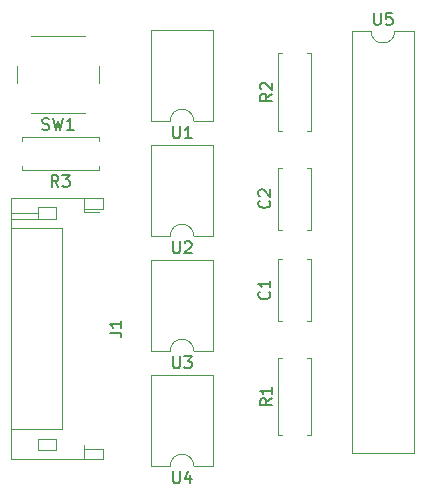
<source format=gbr>
G04 #@! TF.GenerationSoftware,KiCad,Pcbnew,(5.1.2)-1*
G04 #@! TF.CreationDate,2019-12-30T19:16:01+01:00*
G04 #@! TF.ProjectId,Winner_RGB_M3A_MOD,57696e6e-6572-45f5-9247-425f4d33415f,rev?*
G04 #@! TF.SameCoordinates,Original*
G04 #@! TF.FileFunction,Legend,Top*
G04 #@! TF.FilePolarity,Positive*
%FSLAX46Y46*%
G04 Gerber Fmt 4.6, Leading zero omitted, Abs format (unit mm)*
G04 Created by KiCad (PCBNEW (5.1.2)-1) date 2019-12-30 19:16:01*
%MOMM*%
%LPD*%
G04 APERTURE LIST*
%ADD10C,0.120000*%
%ADD11C,0.150000*%
G04 APERTURE END LIST*
D10*
X87998000Y-94009000D02*
X89213000Y-94009000D01*
X84038000Y-94069000D02*
X81778000Y-94069000D01*
X84038000Y-94569000D02*
X81778000Y-94569000D01*
X85638000Y-113169000D02*
X85638000Y-114169000D01*
X84038000Y-113169000D02*
X85638000Y-113169000D01*
X84038000Y-114169000D02*
X84038000Y-113169000D01*
X85638000Y-114169000D02*
X84038000Y-114169000D01*
X85638000Y-94569000D02*
X85638000Y-93569000D01*
X84038000Y-94569000D02*
X85638000Y-94569000D01*
X84038000Y-93569000D02*
X84038000Y-94569000D01*
X85638000Y-93569000D02*
X84038000Y-93569000D01*
X87998000Y-114929000D02*
X87998000Y-114009000D01*
X87998000Y-92809000D02*
X87998000Y-93729000D01*
X86138000Y-112369000D02*
X81778000Y-112369000D01*
X86138000Y-95369000D02*
X86138000Y-112369000D01*
X81778000Y-95369000D02*
X86138000Y-95369000D01*
X87998000Y-114009000D02*
X87998000Y-113729000D01*
X89598000Y-114009000D02*
X87998000Y-114009000D01*
X89598000Y-114929000D02*
X89598000Y-114009000D01*
X81778000Y-114929000D02*
X89598000Y-114929000D01*
X81778000Y-92809000D02*
X81778000Y-114929000D01*
X89598000Y-92809000D02*
X81778000Y-92809000D01*
X89598000Y-93729000D02*
X89598000Y-92809000D01*
X87998000Y-93729000D02*
X89598000Y-93729000D01*
X87998000Y-94009000D02*
X87998000Y-93729000D01*
X93616000Y-115503000D02*
X95266000Y-115503000D01*
X93616000Y-107763000D02*
X93616000Y-115503000D01*
X98916000Y-107763000D02*
X93616000Y-107763000D01*
X98916000Y-115503000D02*
X98916000Y-107763000D01*
X97266000Y-115503000D02*
X98916000Y-115503000D01*
X95266000Y-115503000D02*
G75*
G02X97266000Y-115503000I1000000J0D01*
G01*
X106846000Y-97950666D02*
X107161000Y-97950666D01*
X104421000Y-97950666D02*
X104736000Y-97950666D01*
X106846000Y-103190666D02*
X107161000Y-103190666D01*
X104421000Y-103190666D02*
X104736000Y-103190666D01*
X107161000Y-103190666D02*
X107161000Y-97950666D01*
X104421000Y-103190666D02*
X104421000Y-97950666D01*
X82277000Y-81582000D02*
X82277000Y-83082000D01*
X83527000Y-85582000D02*
X88027000Y-85582000D01*
X89277000Y-83082000D02*
X89277000Y-81582000D01*
X88027000Y-79082000D02*
X83527000Y-79082000D01*
X93616000Y-96029666D02*
X95266000Y-96029666D01*
X93616000Y-88289666D02*
X93616000Y-96029666D01*
X98916000Y-88289666D02*
X93616000Y-88289666D01*
X98916000Y-96029666D02*
X98916000Y-88289666D01*
X97266000Y-96029666D02*
X98916000Y-96029666D01*
X95266000Y-96029666D02*
G75*
G02X97266000Y-96029666I1000000J0D01*
G01*
X82709000Y-87657000D02*
X82709000Y-87987000D01*
X89249000Y-87657000D02*
X82709000Y-87657000D01*
X89249000Y-87987000D02*
X89249000Y-87657000D01*
X82709000Y-90397000D02*
X82709000Y-90067000D01*
X89249000Y-90397000D02*
X82709000Y-90397000D01*
X89249000Y-90067000D02*
X89249000Y-90397000D01*
X107161000Y-80550000D02*
X106831000Y-80550000D01*
X107161000Y-87090000D02*
X107161000Y-80550000D01*
X106831000Y-87090000D02*
X107161000Y-87090000D01*
X104421000Y-80550000D02*
X104751000Y-80550000D01*
X104421000Y-87090000D02*
X104421000Y-80550000D01*
X104751000Y-87090000D02*
X104421000Y-87090000D01*
X107161000Y-106331000D02*
X106831000Y-106331000D01*
X107161000Y-112871000D02*
X107161000Y-106331000D01*
X106831000Y-112871000D02*
X107161000Y-112871000D01*
X104421000Y-106331000D02*
X104751000Y-106331000D01*
X104421000Y-112871000D02*
X104421000Y-106331000D01*
X104751000Y-112871000D02*
X104421000Y-112871000D01*
X106846000Y-90230333D02*
X107161000Y-90230333D01*
X104421000Y-90230333D02*
X104736000Y-90230333D01*
X106846000Y-95470333D02*
X107161000Y-95470333D01*
X104421000Y-95470333D02*
X104736000Y-95470333D01*
X107161000Y-95470333D02*
X107161000Y-90230333D01*
X104421000Y-95470333D02*
X104421000Y-90230333D01*
X115934000Y-78680000D02*
X114284000Y-78680000D01*
X115934000Y-114360000D02*
X115934000Y-78680000D01*
X110634000Y-114360000D02*
X115934000Y-114360000D01*
X110634000Y-78680000D02*
X110634000Y-114360000D01*
X112284000Y-78680000D02*
X110634000Y-78680000D01*
X114284000Y-78680000D02*
G75*
G02X112284000Y-78680000I-1000000J0D01*
G01*
X93616000Y-105766332D02*
X95266000Y-105766332D01*
X93616000Y-98026332D02*
X93616000Y-105766332D01*
X98916000Y-98026332D02*
X93616000Y-98026332D01*
X98916000Y-105766332D02*
X98916000Y-98026332D01*
X97266000Y-105766332D02*
X98916000Y-105766332D01*
X95266000Y-105766332D02*
G75*
G02X97266000Y-105766332I1000000J0D01*
G01*
X93616000Y-86293000D02*
X95266000Y-86293000D01*
X93616000Y-78553000D02*
X93616000Y-86293000D01*
X98916000Y-78553000D02*
X93616000Y-78553000D01*
X98916000Y-86293000D02*
X98916000Y-78553000D01*
X97266000Y-86293000D02*
X98916000Y-86293000D01*
X95266000Y-86293000D02*
G75*
G02X97266000Y-86293000I1000000J0D01*
G01*
D11*
X90140380Y-104202333D02*
X90854666Y-104202333D01*
X90997523Y-104249952D01*
X91092761Y-104345190D01*
X91140380Y-104488047D01*
X91140380Y-104583285D01*
X91140380Y-103202333D02*
X91140380Y-103773761D01*
X91140380Y-103488047D02*
X90140380Y-103488047D01*
X90283238Y-103583285D01*
X90378476Y-103678523D01*
X90426095Y-103773761D01*
X95504095Y-115955380D02*
X95504095Y-116764904D01*
X95551714Y-116860142D01*
X95599333Y-116907761D01*
X95694571Y-116955380D01*
X95885047Y-116955380D01*
X95980285Y-116907761D01*
X96027904Y-116860142D01*
X96075523Y-116764904D01*
X96075523Y-115955380D01*
X96980285Y-116288714D02*
X96980285Y-116955380D01*
X96742190Y-115907761D02*
X96504095Y-116622047D01*
X97123142Y-116622047D01*
X103648142Y-100737332D02*
X103695761Y-100784951D01*
X103743380Y-100927808D01*
X103743380Y-101023046D01*
X103695761Y-101165904D01*
X103600523Y-101261142D01*
X103505285Y-101308761D01*
X103314809Y-101356380D01*
X103171952Y-101356380D01*
X102981476Y-101308761D01*
X102886238Y-101261142D01*
X102791000Y-101165904D01*
X102743380Y-101023046D01*
X102743380Y-100927808D01*
X102791000Y-100784951D01*
X102838619Y-100737332D01*
X103743380Y-99784951D02*
X103743380Y-100356380D01*
X103743380Y-100070666D02*
X102743380Y-100070666D01*
X102886238Y-100165904D01*
X102981476Y-100261142D01*
X103029095Y-100356380D01*
X84443666Y-86986761D02*
X84586523Y-87034380D01*
X84824619Y-87034380D01*
X84919857Y-86986761D01*
X84967476Y-86939142D01*
X85015095Y-86843904D01*
X85015095Y-86748666D01*
X84967476Y-86653428D01*
X84919857Y-86605809D01*
X84824619Y-86558190D01*
X84634142Y-86510571D01*
X84538904Y-86462952D01*
X84491285Y-86415333D01*
X84443666Y-86320095D01*
X84443666Y-86224857D01*
X84491285Y-86129619D01*
X84538904Y-86082000D01*
X84634142Y-86034380D01*
X84872238Y-86034380D01*
X85015095Y-86082000D01*
X85348428Y-86034380D02*
X85586523Y-87034380D01*
X85777000Y-86320095D01*
X85967476Y-87034380D01*
X86205571Y-86034380D01*
X87110333Y-87034380D02*
X86538904Y-87034380D01*
X86824619Y-87034380D02*
X86824619Y-86034380D01*
X86729380Y-86177238D01*
X86634142Y-86272476D01*
X86538904Y-86320095D01*
X95504095Y-96482046D02*
X95504095Y-97291570D01*
X95551714Y-97386808D01*
X95599333Y-97434427D01*
X95694571Y-97482046D01*
X95885047Y-97482046D01*
X95980285Y-97434427D01*
X96027904Y-97386808D01*
X96075523Y-97291570D01*
X96075523Y-96482046D01*
X96504095Y-96577285D02*
X96551714Y-96529666D01*
X96646952Y-96482046D01*
X96885047Y-96482046D01*
X96980285Y-96529666D01*
X97027904Y-96577285D01*
X97075523Y-96672523D01*
X97075523Y-96767761D01*
X97027904Y-96910618D01*
X96456476Y-97482046D01*
X97075523Y-97482046D01*
X85812333Y-91849380D02*
X85479000Y-91373190D01*
X85240904Y-91849380D02*
X85240904Y-90849380D01*
X85621857Y-90849380D01*
X85717095Y-90897000D01*
X85764714Y-90944619D01*
X85812333Y-91039857D01*
X85812333Y-91182714D01*
X85764714Y-91277952D01*
X85717095Y-91325571D01*
X85621857Y-91373190D01*
X85240904Y-91373190D01*
X86145666Y-90849380D02*
X86764714Y-90849380D01*
X86431380Y-91230333D01*
X86574238Y-91230333D01*
X86669476Y-91277952D01*
X86717095Y-91325571D01*
X86764714Y-91420809D01*
X86764714Y-91658904D01*
X86717095Y-91754142D01*
X86669476Y-91801761D01*
X86574238Y-91849380D01*
X86288523Y-91849380D01*
X86193285Y-91801761D01*
X86145666Y-91754142D01*
X103873380Y-83986666D02*
X103397190Y-84320000D01*
X103873380Y-84558095D02*
X102873380Y-84558095D01*
X102873380Y-84177142D01*
X102921000Y-84081904D01*
X102968619Y-84034285D01*
X103063857Y-83986666D01*
X103206714Y-83986666D01*
X103301952Y-84034285D01*
X103349571Y-84081904D01*
X103397190Y-84177142D01*
X103397190Y-84558095D01*
X102968619Y-83605714D02*
X102921000Y-83558095D01*
X102873380Y-83462857D01*
X102873380Y-83224761D01*
X102921000Y-83129523D01*
X102968619Y-83081904D01*
X103063857Y-83034285D01*
X103159095Y-83034285D01*
X103301952Y-83081904D01*
X103873380Y-83653333D01*
X103873380Y-83034285D01*
X103873380Y-109767666D02*
X103397190Y-110101000D01*
X103873380Y-110339095D02*
X102873380Y-110339095D01*
X102873380Y-109958142D01*
X102921000Y-109862904D01*
X102968619Y-109815285D01*
X103063857Y-109767666D01*
X103206714Y-109767666D01*
X103301952Y-109815285D01*
X103349571Y-109862904D01*
X103397190Y-109958142D01*
X103397190Y-110339095D01*
X103873380Y-108815285D02*
X103873380Y-109386714D01*
X103873380Y-109101000D02*
X102873380Y-109101000D01*
X103016238Y-109196238D01*
X103111476Y-109291476D01*
X103159095Y-109386714D01*
X103648142Y-93016999D02*
X103695761Y-93064618D01*
X103743380Y-93207475D01*
X103743380Y-93302713D01*
X103695761Y-93445571D01*
X103600523Y-93540809D01*
X103505285Y-93588428D01*
X103314809Y-93636047D01*
X103171952Y-93636047D01*
X102981476Y-93588428D01*
X102886238Y-93540809D01*
X102791000Y-93445571D01*
X102743380Y-93302713D01*
X102743380Y-93207475D01*
X102791000Y-93064618D01*
X102838619Y-93016999D01*
X102838619Y-92636047D02*
X102791000Y-92588428D01*
X102743380Y-92493190D01*
X102743380Y-92255094D01*
X102791000Y-92159856D01*
X102838619Y-92112237D01*
X102933857Y-92064618D01*
X103029095Y-92064618D01*
X103171952Y-92112237D01*
X103743380Y-92683666D01*
X103743380Y-92064618D01*
X112522095Y-77132380D02*
X112522095Y-77941904D01*
X112569714Y-78037142D01*
X112617333Y-78084761D01*
X112712571Y-78132380D01*
X112903047Y-78132380D01*
X112998285Y-78084761D01*
X113045904Y-78037142D01*
X113093523Y-77941904D01*
X113093523Y-77132380D01*
X114045904Y-77132380D02*
X113569714Y-77132380D01*
X113522095Y-77608571D01*
X113569714Y-77560952D01*
X113664952Y-77513333D01*
X113903047Y-77513333D01*
X113998285Y-77560952D01*
X114045904Y-77608571D01*
X114093523Y-77703809D01*
X114093523Y-77941904D01*
X114045904Y-78037142D01*
X113998285Y-78084761D01*
X113903047Y-78132380D01*
X113664952Y-78132380D01*
X113569714Y-78084761D01*
X113522095Y-78037142D01*
X95504095Y-106218712D02*
X95504095Y-107028236D01*
X95551714Y-107123474D01*
X95599333Y-107171093D01*
X95694571Y-107218712D01*
X95885047Y-107218712D01*
X95980285Y-107171093D01*
X96027904Y-107123474D01*
X96075523Y-107028236D01*
X96075523Y-106218712D01*
X96456476Y-106218712D02*
X97075523Y-106218712D01*
X96742190Y-106599665D01*
X96885047Y-106599665D01*
X96980285Y-106647284D01*
X97027904Y-106694903D01*
X97075523Y-106790141D01*
X97075523Y-107028236D01*
X97027904Y-107123474D01*
X96980285Y-107171093D01*
X96885047Y-107218712D01*
X96599333Y-107218712D01*
X96504095Y-107171093D01*
X96456476Y-107123474D01*
X95504095Y-86745380D02*
X95504095Y-87554904D01*
X95551714Y-87650142D01*
X95599333Y-87697761D01*
X95694571Y-87745380D01*
X95885047Y-87745380D01*
X95980285Y-87697761D01*
X96027904Y-87650142D01*
X96075523Y-87554904D01*
X96075523Y-86745380D01*
X97075523Y-87745380D02*
X96504095Y-87745380D01*
X96789809Y-87745380D02*
X96789809Y-86745380D01*
X96694571Y-86888238D01*
X96599333Y-86983476D01*
X96504095Y-87031095D01*
M02*

</source>
